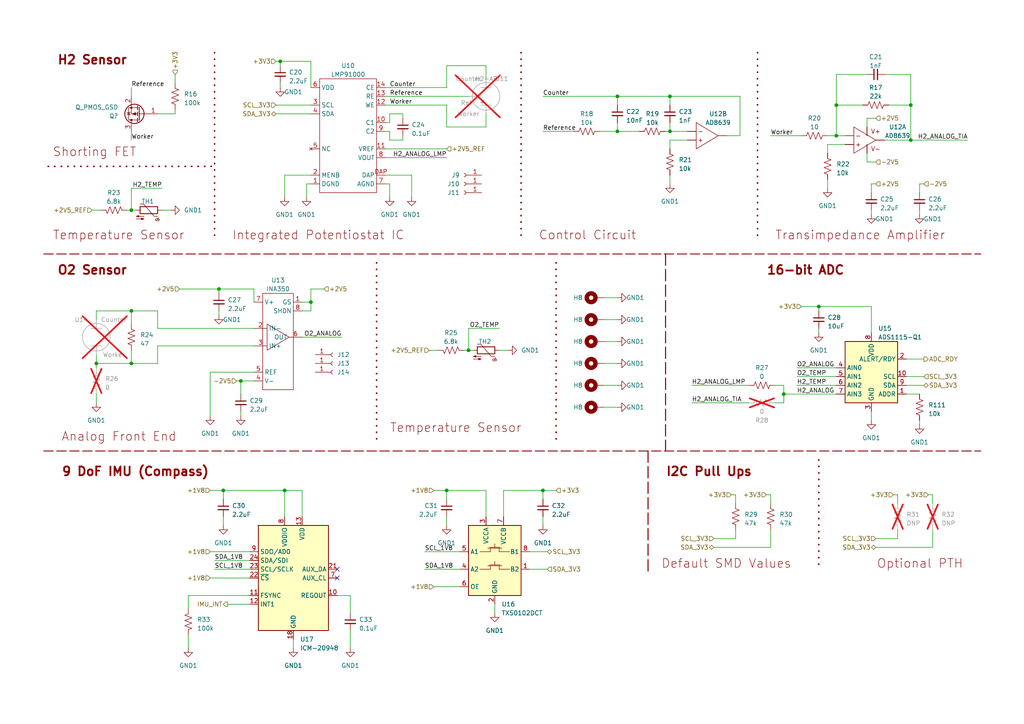
<source format=kicad_sch>
(kicad_sch (version 20230121) (generator eeschema)
  (paper "A4")
  (junction (at 82.55 142.24))
  (junction (at 81.28 17.78))
  (junction (at 227.33 114.3))
  (junction (at 135.89 101.6))
  (junction (at 90.17 87.63))
  (junction (at 264.16 40.64))
  (junction (at 64.77 142.24))
  (junction (at 129.54 142.24))
  (junction (at 27.94 105.41))
  (junction (at 38.1 90.17))
  (junction (at 237.49 88.9))
  (junction (at 264.16 30.48))
  (junction (at 38.1 105.41))
  (junction (at 63.5 83.82))
  (junction (at 38.1 60.96))
  (junction (at 179.07 27.94))
  (junction (at 157.48 142.24))
  (junction (at 69.85 110.49))
  (junction (at 242.57 39.37))
  (junction (at 194.31 27.94))
  (junction (at 242.57 30.48))
  (junction (at 179.07 38.1))
  (junction (at 194.31 38.1))
  (no_connect (at 97.79 165.1))
  (no_connect (at 97.79 167.64))
  (wire (pts (xy 146.05 149.86) (xy 146.05 142.24)))
  (wire (pts (xy 179.07 27.94) (xy 194.31 27.94)))
  (wire (pts (xy 240.03 44.45) (xy 240.03 41.91)))
  (wire (pts (xy 73.66 110.49) (xy 69.85 110.49)))
  (wire (pts (xy 54.61 176.53) (xy 54.61 172.72)))
  (wire (pts (xy 125.73 142.24) (xy 129.54 142.24)))
  (wire (pts (xy 50.8 21.59) (xy 50.8 24.13)))
  (wire (pts (xy 161.29 142.24) (xy 157.48 142.24)))
  (wire (pts (xy 135.89 95.25) (xy 144.78 95.25)))
  (wire (pts (xy 240.03 52.07) (xy 240.03 54.61)))
  (wire (pts (xy 116.84 40.64) (xy 116.84 39.37)))
  (wire (pts (xy 90.17 53.34) (xy 88.9 53.34)))
  (wire (pts (xy 251.46 44.45) (xy 251.46 46.99)))
  (wire (pts (xy 113.03 53.34) (xy 111.76 53.34)))
  (wire (pts (xy 90.17 17.78) (xy 90.17 25.4)))
  (wire (pts (xy 60.96 160.02) (xy 72.39 160.02)))
  (wire (pts (xy 87.63 97.79) (xy 99.06 97.79)))
  (wire (pts (xy 111.76 35.56) (xy 113.03 35.56)))
  (wire (pts (xy 111.76 50.8) (xy 119.38 50.8)))
  (wire (pts (xy 231.14 106.68) (xy 242.57 106.68)))
  (wire (pts (xy 88.9 53.34) (xy 88.9 57.15)))
  (wire (pts (xy 207.01 158.75) (xy 223.52 158.75)))
  (wire (pts (xy 97.79 172.72) (xy 101.6 172.72)))
  (wire (pts (xy 223.52 39.37) (xy 232.41 39.37)))
  (wire (pts (xy 232.41 88.9) (xy 237.49 88.9)))
  (wire (pts (xy 64.77 149.86) (xy 64.77 152.4)))
  (wire (pts (xy 259.08 143.51) (xy 260.35 143.51)))
  (wire (pts (xy 63.5 85.09) (xy 63.5 83.82)))
  (wire (pts (xy 62.23 165.1) (xy 72.39 165.1)))
  (wire (pts (xy 237.49 95.25) (xy 237.49 96.52)))
  (wire (pts (xy 85.09 185.42) (xy 85.09 187.96)))
  (wire (pts (xy 38.1 105.41) (xy 38.1 101.6)))
  (wire (pts (xy 262.89 109.22) (xy 267.97 109.22)))
  (wire (pts (xy 62.23 162.56) (xy 72.39 162.56)))
  (wire (pts (xy 194.31 35.56) (xy 194.31 38.1)))
  (wire (pts (xy 153.67 160.02) (xy 158.75 160.02)))
  (wire (pts (xy 60.96 142.24) (xy 64.77 142.24)))
  (wire (pts (xy 111.76 38.1) (xy 113.03 38.1)))
  (wire (pts (xy 27.94 90.17) (xy 38.1 90.17)))
  (wire (pts (xy 54.61 184.15) (xy 54.61 187.96)))
  (wire (pts (xy 54.61 172.72) (xy 72.39 172.72)))
  (wire (pts (xy 129.54 36.83) (xy 140.97 36.83)))
  (wire (pts (xy 27.94 114.3) (xy 27.94 116.84)))
  (wire (pts (xy 231.14 109.22) (xy 242.57 109.22)))
  (wire (pts (xy 63.5 90.17) (xy 63.5 91.44)))
  (wire (pts (xy 175.26 111.76) (xy 179.07 111.76)))
  (wire (pts (xy 223.52 153.67) (xy 223.52 158.75)))
  (wire (pts (xy 38.1 60.96) (xy 38.1 54.61)))
  (wire (pts (xy 80.01 33.02) (xy 90.17 33.02)))
  (wire (pts (xy 252.73 53.34) (xy 254 53.34)))
  (wire (pts (xy 38.1 90.17) (xy 45.72 90.17)))
  (wire (pts (xy 80.01 17.78) (xy 81.28 17.78)))
  (wire (pts (xy 223.52 146.05) (xy 223.52 143.51)))
  (wire (pts (xy 251.46 46.99) (xy 254 46.99)))
  (polyline (pts (xy 237.49 133.35) (xy 237.49 163.83)) (stroke (width 0.45) (type dot) (color 132 0 0 1)))
  (wire (pts (xy 26.67 60.96) (xy 29.21 60.96)))
  (wire (pts (xy 222.25 143.51) (xy 223.52 143.51)))
  (wire (pts (xy 140.97 19.05) (xy 140.97 22.86)))
  (wire (pts (xy 50.8 31.75) (xy 50.8 33.02)))
  (wire (pts (xy 90.17 90.17) (xy 90.17 87.63)))
  (wire (pts (xy 242.57 30.48) (xy 242.57 39.37)))
  (wire (pts (xy 45.72 100.33) (xy 45.72 105.41)))
  (wire (pts (xy 64.77 142.24) (xy 64.77 144.78)))
  (polyline (pts (xy 13.97 48.26) (xy 62.23 48.26)) (stroke (width 0.45) (type dot) (color 132 0 0 1)))
  (wire (pts (xy 45.72 33.02) (xy 50.8 33.02)))
  (wire (pts (xy 227.33 114.3) (xy 227.33 111.76)))
  (wire (pts (xy 82.55 57.15) (xy 82.55 50.8)))
  (wire (pts (xy 113.03 33.02) (xy 116.84 33.02)))
  (wire (pts (xy 60.96 167.64) (xy 72.39 167.64)))
  (wire (pts (xy 125.73 170.18) (xy 133.35 170.18)))
  (wire (pts (xy 175.26 105.41) (xy 179.07 105.41)))
  (wire (pts (xy 111.76 43.18) (xy 129.54 43.18)))
  (wire (pts (xy 119.38 50.8) (xy 119.38 57.15)))
  (wire (pts (xy 38.1 54.61) (xy 46.99 54.61)))
  (wire (pts (xy 116.84 33.02) (xy 116.84 34.29)))
  (wire (pts (xy 210.82 39.37) (xy 214.63 39.37)))
  (wire (pts (xy 129.54 142.24) (xy 129.54 144.78)))
  (wire (pts (xy 175.26 118.11) (xy 179.07 118.11)))
  (wire (pts (xy 262.89 104.14) (xy 267.97 104.14)))
  (wire (pts (xy 111.76 25.4) (xy 129.54 25.4)))
  (wire (pts (xy 81.28 17.78) (xy 90.17 17.78)))
  (wire (pts (xy 252.73 60.96) (xy 252.73 62.23)))
  (wire (pts (xy 194.31 43.18) (xy 194.31 40.64)))
  (wire (pts (xy 80.01 30.48) (xy 90.17 30.48)))
  (wire (pts (xy 27.94 102.87) (xy 27.94 105.41)))
  (wire (pts (xy 266.7 60.96) (xy 266.7 62.23)))
  (wire (pts (xy 194.31 40.64) (xy 199.39 40.64)))
  (wire (pts (xy 129.54 30.48) (xy 129.54 36.83)))
  (wire (pts (xy 135.89 101.6) (xy 137.16 101.6)))
  (wire (pts (xy 237.49 88.9) (xy 252.73 88.9)))
  (wire (pts (xy 123.19 165.1) (xy 133.35 165.1)))
  (wire (pts (xy 143.51 175.26) (xy 143.51 177.8)))
  (wire (pts (xy 213.36 153.67) (xy 213.36 156.21)))
  (wire (pts (xy 240.03 39.37) (xy 242.57 39.37)))
  (wire (pts (xy 140.97 149.86) (xy 140.97 142.24)))
  (wire (pts (xy 240.03 41.91) (xy 245.11 41.91)))
  (polyline (pts (xy 151.13 15.24) (xy 151.13 69.85)) (stroke (width 0.45) (type dot) (color 132 0 0 1)))
  (wire (pts (xy 173.99 38.1) (xy 179.07 38.1)))
  (polyline (pts (xy 161.29 76.2) (xy 161.29 128.27)) (stroke (width 0.45) (type dot) (color 132 0 0 1)))
  (wire (pts (xy 27.94 105.41) (xy 38.1 105.41)))
  (polyline (pts (xy 109.22 76.2) (xy 109.22 128.27)) (stroke (width 0.45) (type dot) (color 132 0 0 1)))
  (wire (pts (xy 101.6 182.88) (xy 101.6 187.96)))
  (wire (pts (xy 144.78 101.6) (xy 147.32 101.6)))
  (wire (pts (xy 69.85 110.49) (xy 68.58 110.49)))
  (wire (pts (xy 81.28 17.78) (xy 81.28 19.05)))
  (polyline (pts (xy 193.04 73.66) (xy 193.04 130.81)) (stroke (width 0.3) (type dash) (color 132 0 0 1)))
  (wire (pts (xy 27.94 92.71) (xy 27.94 90.17)))
  (wire (pts (xy 237.49 88.9) (xy 237.49 90.17)))
  (wire (pts (xy 157.48 142.24) (xy 157.48 144.78)))
  (wire (pts (xy 157.48 38.1) (xy 166.37 38.1)))
  (wire (pts (xy 175.26 92.71) (xy 179.07 92.71)))
  (wire (pts (xy 207.01 156.21) (xy 213.36 156.21)))
  (wire (pts (xy 175.26 86.36) (xy 179.07 86.36)))
  (wire (pts (xy 129.54 149.86) (xy 129.54 152.4)))
  (wire (pts (xy 69.85 110.49) (xy 69.85 114.3)))
  (wire (pts (xy 66.04 175.26) (xy 72.39 175.26)))
  (wire (pts (xy 252.73 96.52) (xy 252.73 88.9)))
  (wire (pts (xy 266.7 53.34) (xy 267.97 53.34)))
  (wire (pts (xy 214.63 39.37) (xy 214.63 27.94)))
  (wire (pts (xy 113.03 35.56) (xy 113.03 33.02)))
  (wire (pts (xy 260.35 153.67) (xy 260.35 156.21)))
  (wire (pts (xy 262.89 114.3) (xy 266.7 114.3)))
  (wire (pts (xy 146.05 142.24) (xy 157.48 142.24)))
  (wire (pts (xy 90.17 87.63) (xy 90.17 83.82)))
  (wire (pts (xy 129.54 25.4) (xy 129.54 19.05)))
  (wire (pts (xy 266.7 55.88) (xy 266.7 53.34)))
  (wire (pts (xy 27.94 105.41) (xy 27.94 106.68)))
  (wire (pts (xy 231.14 111.76) (xy 242.57 111.76)))
  (wire (pts (xy 256.54 21.59) (xy 264.16 21.59)))
  (wire (pts (xy 38.1 93.98) (xy 38.1 90.17)))
  (wire (pts (xy 227.33 111.76) (xy 224.79 111.76)))
  (wire (pts (xy 269.24 143.51) (xy 270.51 143.51)))
  (wire (pts (xy 157.48 149.86) (xy 157.48 152.4)))
  (polyline (pts (xy 187.96 130.81) (xy 187.96 166.37)) (stroke (width 0.3) (type dash) (color 132 0 0 1)))
  (wire (pts (xy 252.73 55.88) (xy 252.73 53.34)))
  (wire (pts (xy 45.72 95.25) (xy 73.66 95.25)))
  (wire (pts (xy 129.54 19.05) (xy 140.97 19.05)))
  (wire (pts (xy 134.62 101.6) (xy 135.89 101.6)))
  (wire (pts (xy 82.55 149.86) (xy 82.55 142.24)))
  (wire (pts (xy 111.76 27.94) (xy 135.89 27.94)))
  (wire (pts (xy 90.17 83.82) (xy 93.98 83.82)))
  (polyline (pts (xy 12.7 73.66) (xy 284.48 73.66)) (stroke (width 0.25) (type dash) (color 132 0 0 1)))
  (wire (pts (xy 200.66 116.84) (xy 217.17 116.84)))
  (wire (pts (xy 87.63 87.63) (xy 90.17 87.63)))
  (wire (pts (xy 179.07 38.1) (xy 185.42 38.1)))
  (wire (pts (xy 254 156.21) (xy 260.35 156.21)))
  (wire (pts (xy 60.96 120.65) (xy 60.96 107.95)))
  (wire (pts (xy 38.1 60.96) (xy 39.37 60.96)))
  (wire (pts (xy 45.72 105.41) (xy 38.1 105.41)))
  (wire (pts (xy 194.31 38.1) (xy 199.39 38.1)))
  (wire (pts (xy 179.07 35.56) (xy 179.07 38.1)))
  (wire (pts (xy 242.57 39.37) (xy 245.11 39.37)))
  (wire (pts (xy 38.1 25.4) (xy 38.1 27.94)))
  (wire (pts (xy 123.19 160.02) (xy 133.35 160.02)))
  (wire (pts (xy 227.33 116.84) (xy 224.79 116.84)))
  (wire (pts (xy 252.73 119.38) (xy 252.73 121.92)))
  (wire (pts (xy 69.85 119.38) (xy 69.85 120.65)))
  (wire (pts (xy 257.81 30.48) (xy 264.16 30.48)))
  (wire (pts (xy 101.6 172.72) (xy 101.6 177.8)))
  (wire (pts (xy 264.16 21.59) (xy 264.16 30.48)))
  (wire (pts (xy 113.03 57.15) (xy 113.03 53.34)))
  (wire (pts (xy 52.07 83.82) (xy 63.5 83.82)))
  (wire (pts (xy 73.66 83.82) (xy 73.66 87.63)))
  (wire (pts (xy 81.28 24.13) (xy 81.28 25.4)))
  (wire (pts (xy 242.57 21.59) (xy 242.57 30.48)))
  (wire (pts (xy 194.31 50.8) (xy 194.31 53.34)))
  (wire (pts (xy 113.03 40.64) (xy 116.84 40.64)))
  (wire (pts (xy 140.97 36.83) (xy 140.97 33.02)))
  (wire (pts (xy 111.76 30.48) (xy 129.54 30.48)))
  (wire (pts (xy 251.46 34.29) (xy 254 34.29)))
  (wire (pts (xy 153.67 165.1) (xy 158.75 165.1)))
  (wire (pts (xy 45.72 90.17) (xy 45.72 95.25)))
  (wire (pts (xy 264.16 40.64) (xy 280.67 40.64)))
  (wire (pts (xy 213.36 143.51) (xy 213.36 146.05)))
  (polyline (pts (xy 12.7 130.81) (xy 284.48 130.81)) (stroke (width 0.25) (type dash) (color 132 0 0 1)))
  (wire (pts (xy 87.63 90.17) (xy 90.17 90.17)))
  (wire (pts (xy 60.96 107.95) (xy 73.66 107.95)))
  (wire (pts (xy 200.66 111.76) (xy 217.17 111.76)))
  (wire (pts (xy 179.07 27.94) (xy 179.07 30.48)))
  (wire (pts (xy 270.51 146.05) (xy 270.51 143.51)))
  (wire (pts (xy 260.35 143.51) (xy 260.35 146.05)))
  (wire (pts (xy 264.16 30.48) (xy 264.16 40.64)))
  (wire (pts (xy 82.55 50.8) (xy 90.17 50.8)))
  (wire (pts (xy 266.7 121.92) (xy 266.7 123.19)))
  (wire (pts (xy 36.83 60.96) (xy 38.1 60.96)))
  (wire (pts (xy 38.1 38.1) (xy 38.1 40.64)))
  (wire (pts (xy 270.51 153.67) (xy 270.51 158.75)))
  (wire (pts (xy 140.97 142.24) (xy 129.54 142.24)))
  (wire (pts (xy 256.54 40.64) (xy 264.16 40.64)))
  (polyline (pts (xy 62.23 15.24) (xy 62.23 69.85)) (stroke (width 0.45) (type dot) (color 132 0 0 1)))
  (wire (pts (xy 193.04 38.1) (xy 194.31 38.1)))
  (wire (pts (xy 87.63 149.86) (xy 87.63 142.24)))
  (wire (pts (xy 262.89 111.76) (xy 267.97 111.76)))
  (wire (pts (xy 194.31 27.94) (xy 194.31 30.48)))
  (wire (pts (xy 111.76 45.72) (xy 129.54 45.72)))
  (wire (pts (xy 135.89 101.6) (xy 135.89 95.25)))
  (wire (pts (xy 214.63 27.94) (xy 194.31 27.94)))
  (wire (pts (xy 254 158.75) (xy 270.51 158.75)))
  (wire (pts (xy 82.55 142.24) (xy 64.77 142.24)))
  (wire (pts (xy 212.09 143.51) (xy 213.36 143.51)))
  (wire (pts (xy 227.33 114.3) (xy 227.33 116.84)))
  (wire (pts (xy 113.03 38.1) (xy 113.03 40.64)))
  (wire (pts (xy 46.99 60.96) (xy 49.53 60.96)))
  (wire (pts (xy 124.46 101.6) (xy 127 101.6)))
  (wire (pts (xy 157.48 27.94) (xy 179.07 27.94)))
  (wire (pts (xy 73.66 100.33) (xy 45.72 100.33)))
  (wire (pts (xy 63.5 83.82) (xy 73.66 83.82)))
  (wire (pts (xy 87.63 142.24) (xy 82.55 142.24)))
  (wire (pts (xy 251.46 36.83) (xy 251.46 34.29)))
  (polyline (pts (xy 219.71 15.24) (xy 219.71 69.85)) (stroke (width 0.45) (type dot) (color 132 0 0 1)))
  (wire (pts (xy 251.46 21.59) (xy 242.57 21.59)))
  (wire (pts (xy 175.26 99.06) (xy 179.07 99.06)))
  (wire (pts (xy 250.19 30.48) (xy 242.57 30.48)))
  (wire (pts (xy 227.33 114.3) (xy 242.57 114.3)))
  (text "H2 Sensor" (at 16.51 19.05 0) (effects (font (size 2.54 2.54) (thickness 0.508) bold) (justify left bottom)))
  (text "Integrated Potentiostat IC" (at 67.31 69.85 0) (effects (font (size 2.54 2.54)) (justify left bottom)))
  (text "Shorting FET" (at 15.24 45.72 0) (effects (font (size 2.54 2.54)) (justify left bottom)))
  (text "9 DoF IMU (Compass)" (at 17.78 138.43 0) (effects (font (size 2.54 2.54) (thickness 0.508) bold) (justify left bottom)))
  (text "Transimpedance Amplifier" (at 224.79 69.85 0) (effects (font (size 2.54 2.54)) (justify left bottom)))
  (text "Temperature Sensor" (at 113.03 125.73 0) (effects (font (size 2.54 2.54)) (justify left bottom)))
  (text "O2 Sensor" (at 16.51 80.01 0) (effects (font (size 2.54 2.54) (thickness 0.508) bold) (justify left bottom)))
  (text "Optional PTH" (at 279.4 165.1 0) (effects (font (size 2.54 2.54)) (justify right bottom)))
  (text "Temperature Sensor" (at 15.24 69.85 0) (effects (font (size 2.54 2.54)) (justify left bottom)))
  (text "Control Circuit" (at 156.21 69.85 0) (effects (font (size 2.54 2.54)) (justify left bottom)))
  (text "I2C Pull Ups" (at 193.04 138.43 0) (effects (font (size 2.54 2.54) (thickness 0.508) bold) (justify left bottom)))
  (text "Default SMD Values" (at 191.77 165.1 0) (effects (font (size 2.54 2.54)) (justify left bottom)))
  (text "Analog Front End" (at 17.78 128.27 0) (effects (font (size 2.54 2.54)) (justify left bottom)))
  (text "16-bit ADC" (at 222.25 80.01 0) (effects (font (size 2.54 2.54) (thickness 0.508) bold) (justify left bottom)))
  (label "SDA_1V8" (at 123.19 165.1 0))
  (label "Worker" (at 113.03 30.48 0))
  (label "H2_ANALOG_LMP" (at 200.66 111.76 0))
  (label "H2_ANALOG_LMP" (at 129.54 45.72 180))
  (label "H2_ANALOG" (at 231.14 114.3 0))
  (label "H2_ANALOG_TIA" (at 200.66 116.84 0))
  (label "Counter" (at 157.48 27.94 0))
  (label "Reference" (at 157.48 38.1 0))
  (label "SCL_1V8" (at 123.19 160.02 0))
  (label "Reference" (at 113.03 27.94 0))
  (label "SCL_1V8" (at 62.23 165.1 0))
  (label "O2_TEMP" (at 231.14 109.22 0))
  (label "H2_TEMP" (at 231.14 111.76 0))
  (label "O2_TEMP" (at 144.78 95.25 180))
  (label "H2_ANALOG_TIA" (at 280.67 40.64 180))
  (label "O2_ANALOG" (at 231.14 106.68 0))
  (label "Counter" (at 113.03 25.4 0))
  (label "SDA_1V8" (at 62.23 162.56 0))
  (label "Worker" (at 38.1 40.64 0))
  (label "Worker" (at 223.52 39.37 0))
  (label "O2_ANALOG" (at 99.06 97.79 180))
  (label "H2_TEMP" (at 46.99 54.61 180))
  (label "Reference" (at 38.1 25.4 0))
  (hierarchical_label "IMU_INT" (shape output) (at 66.04 175.26 180))
  (hierarchical_label "+3V3" (shape input) (at 80.01 17.78 180))
  (hierarchical_label "+2V5" (shape input) (at 254 53.34 0))
  (hierarchical_label "+2V5_REF" (shape input) (at 26.67 60.96 180))
  (hierarchical_label "SCL_3V3" (shape bidirectional) (at 158.75 160.02 0))
  (hierarchical_label "+2V5_REF" (shape input) (at 129.54 43.18 0))
  (hierarchical_label "+2V5" (shape input) (at 52.07 83.82 180))
  (hierarchical_label "+2V5" (shape input) (at 254 34.29 0))
  (hierarchical_label "SCL_3V3" (shape input) (at 254 156.21 180))
  (hierarchical_label "SDA_3V3" (shape bidirectional) (at 254 158.75 180))
  (hierarchical_label "+1V8" (shape input) (at 125.73 170.18 180))
  (hierarchical_label "+3V3" (shape input) (at 212.09 143.51 180))
  (hierarchical_label "-2V5" (shape input) (at 68.58 110.49 180))
  (hierarchical_label "+3V3" (shape input) (at 50.8 21.59 90))
  (hierarchical_label "+1V8" (shape input) (at 60.96 160.02 180))
  (hierarchical_label "+3V3" (shape input) (at 222.25 143.51 180))
  (hierarchical_label "-2V5" (shape input) (at 267.97 53.34 0))
  (hierarchical_label "SCL_3V3" (shape input) (at 80.01 30.48 180))
  (hierarchical_label "SDA_3V3" (shape bidirectional) (at 207.01 158.75 180))
  (hierarchical_label "+1V8" (shape input) (at 60.96 142.24 180))
  (hierarchical_label "+2V5" (shape input) (at 93.98 83.82 0))
  (hierarchical_label "+3V3" (shape input) (at 259.08 143.51 180))
  (hierarchical_label "ADC_RDY" (shape output) (at 267.97 104.14 0))
  (hierarchical_label "+3V3" (shape input) (at 161.29 142.24 0))
  (hierarchical_label "+3V3" (shape input) (at 269.24 143.51 180))
  (hierarchical_label "SCL_3V3" (shape input) (at 267.97 109.22 0))
  (hierarchical_label "+1V8" (shape input) (at 125.73 142.24 180))
  (hierarchical_label "+1V8" (shape input) (at 60.96 167.64 180))
  (hierarchical_label "SDA_3V3" (shape bidirectional) (at 80.01 33.02 180))
  (hierarchical_label "+3V3" (shape input) (at 232.41 88.9 180))
  (hierarchical_label "-2V5" (shape input) (at 254 46.99 0))
  (hierarchical_label "SCL_3V3" (shape input) (at 207.01 156.21 180))
  (hierarchical_label "SDA_3V3" (shape bidirectional) (at 267.97 111.76 0))
  (hierarchical_label "SDA_3V3" (shape input) (at 158.75 165.1 0))
  (hierarchical_label "+2V5_REF" (shape input) (at 124.46 101.6 180))
  (symbol (lib_id "Device:Q_PMOS_GSD") (at 40.64 33.02 180) (unit 1)
    (property "Reference" "Q?" (at 34.29 33.655 0) (effects (justify left)))
    (property "Value" "Q_PMOS_GSD" (at 34.29 31.115 0) (effects (justify left)))
    (property "Footprint" "Package_TO_SOT_SMD:SOT-523" (effects hide))
    (property "Datasheet" "https://www.diodes.com/assets/Datasheets/DMP21D0UT.pdf" (effects hide))
    (property "DigiKey PN" "DMP21D0UT-7DITR-ND" (effects hide))
    (property "MPN" "DMP21D0UT-7" (effects hide))
    (property "Manufacturer" "Diodes Incorporated" (effects hide))
    (instances (project "dboards" (path "" (reference "Q?") (unit 1))) (project "dboards-02" (path "" (reference "Q1") (unit 1)) (path "" (reference "Q3") (unit 1))))
  )
  (symbol (lib_id "Device:C_Small") (at 252.73 58.42 0) (unit 1)
    (property "Reference" "C25" (at 255.27 57.7913 0) (effects (justify left)))
    (property "Value" "2.2uF" (at 255.27 60.3313 0) (effects (justify left)))
    (property "Footprint" "Capacitor_SMD:C_0805_2012Metric_Pad1.18x1.45mm_HandSolder" (effects hide))
    (property "Datasheet" "https://media.digikey.com/pdf/Data%20Sheets/Samsung%20PDFs/CL21B225KPFNNNE_Spec.pdf" (effects hide))
    (property "DigiKey PN" "1276-1188-1-ND" (effects hide))
    (property "MPN" "CL21B225KPFNNNE" (effects hide))
    (property "Manufacturer" "Samsung Electro-Mechanics" (effects hide))
  )
  (symbol (lib_id "Connector:Conn_01x01_Socket") (at 134.62 53.34 0) (mirror y) (unit 1) (on_board no)
    (property "Reference" "J10" (at 133.35 53.34 0) (effects (justify left)))
    (property "Value" "0364 RECEPTACLE WITH NO TAIL" (effects hide))
    (property "Datasheet" "file:///C:/Users/kopal/Downloads/189.pdf" (effects hide))
    (property "DigiKey PN" "ED90089-ND" (effects hide))
    (property "MPN" "0364-0-15-15-13-27-10-0" (effects hide))
    (property "Manufacturer" "Mill-Max Manufacturing Corp." (effects hide))
  )
  (symbol (lib_id "Device:R_US") (at 27.94 110.49 0) (unit 1) (dnp yes)
    (property "Reference" "R26" (at 30.48 109.855 0) (effects (justify left)))
    (property "Value" "0" (at 30.48 112.395 0) (effects (justify left)))
    (property "Footprint" "Resistor_THT:R_Axial_DIN0207_L6.3mm_D2.5mm_P10.16mm_Horizontal" (effects hide))
    (property "Datasheet" "https://www.yageo.com/upload/media/product/productsearch/datasheet/lr/YAGEO%20MFR_datasheet_2021v1.pdf" (effects hide))
    (property "DigiKey PN" "13-MFR-25-T-52-0RCT-ND" (effects hide))
    (property "MPN" "MFR-25-T-52-0R" (effects hide))
    (property "Manufacturer" "YAGEO" (effects hide))
  )
  (symbol (lib_id "power:GND1") (at 60.96 120.65 0) (unit 1)
    (property "Reference" "#PWR081" (effects hide))
    (property "Value" "GND1" (at 60.96 125.73 0))
  )
  (symbol (lib_id "power:GND1") (at 113.03 57.15 0) (unit 1)
    (property "Reference" "#PWR066" (effects hide))
    (property "Value" "GND1" (at 113.03 62.23 0))
  )
  (symbol (lib_id "Logic_LevelTranslator:TXS0102DCT") (at 143.51 162.56 0) (unit 1)
    (property "Reference" "U16" (at 145.4659 175.26 0) (effects (justify left)))
    (property "Value" "TXS0102DCT" (at 145.4659 177.8 0) (effects (justify left)))
    (property "Footprint" "Package_SO:SSOP-8_2.95x2.8mm_P0.65mm" (effects hide))
    (property "Datasheet" "http://www.ti.com/lit/gpn/txs0102" (effects hide))
    (property "DigiKey PN" "296-21978-1-ND" (effects hide))
    (property "MPN" "TXS0102DCTR" (effects hide))
    (property "Manufacturer" "Texas Instruments" (effects hide))
  )
  (symbol (lib_id "Mechanical:MountingHole_Pad") (at 172.72 92.71 90) (unit 1) (in_bom no)
    (property "Reference" "H8" (at 167.64 92.71 90))
    (property "Value" "MountingHole_Pad" (effects hide))
    (property "Footprint" "MountingHole:MountingHole_3.2mm_M3_DIN965_Pad" (effects hide))
    (instances (project "dboards-02" (path "" (reference "H8") (unit 1)) (path "" (reference "H10") (unit 1)) (path "" (reference "H20") (unit 1))))
  )
  (symbol (lib_id "Device:R_US") (at 213.36 149.86 0) (unit 1)
    (property "Reference" "R29" (at 215.9 149.225 0) (effects (justify left)))
    (property "Value" "47k" (at 215.9 151.765 0) (effects (justify left)))
    (property "Footprint" "Resistor_SMD:R_0805_2012Metric_Pad1.20x1.40mm_HandSolder" (effects hide))
    (property "Datasheet" "https://www.yageo.com/upload/media/product/productsearch/datasheet/rchip/PYu-RC_Group_51_RoHS_L_12.pdf" (effects hide))
    (property "DigiKey PN" "311-47.0KCRCT-ND" (effects hide))
    (property "MPN" "RC0805FR-0747KL" (effects hide))
    (property "Manufacturer" "YAGEO" (effects hide))
  )
  (symbol (lib_id "power:GND1") (at 179.07 111.76 90) (unit 1)
    (property "Reference" "#PWR0162" (effects hide))
    (property "Value" "GND1" (at 181.61 111.76 90) (effects (justify right)))
    (instances (project "dboards-02" (path "" (reference "#PWR0162") (unit 1)) (path "" (reference "#PWR0164") (unit 1)) (path "" (reference "#PWR078") (unit 1))))
  )
  (symbol (lib_id "power:GND1") (at 147.32 101.6 90) (mirror x) (unit 1)
    (property "Reference" "#PWR076" (effects hide))
    (property "Value" "GND1" (at 151.13 101.6 90) (effects (justify right)))
  )
  (symbol (lib_id "power:GND1") (at 237.49 96.52 0) (unit 1)
    (property "Reference" "#PWR074" (effects hide))
    (property "Value" "GND1" (at 237.49 101.6 0))
  )
  (symbol (lib_id "Device:C_Small") (at 64.77 147.32 0) (unit 1)
    (property "Reference" "C30" (at 67.31 146.6913 0) (effects (justify left)))
    (property "Value" "2.2uF" (at 67.31 149.2313 0) (effects (justify left)))
    (property "Footprint" "Capacitor_SMD:C_0805_2012Metric_Pad1.18x1.45mm_HandSolder" (effects hide))
    (property "Datasheet" "https://media.digikey.com/pdf/Data%20Sheets/Samsung%20PDFs/CL21B225KPFNNNE_Spec.pdf" (effects hide))
    (property "DigiKey PN" "1276-1188-1-ND" (effects hide))
    (property "MPN" "CL21B225KPFNNNE" (effects hide))
    (property "Manufacturer" "Samsung Electro-Mechanics" (effects hide))
  )
  (symbol (lib_id "Device:Thermistor_NTC") (at 140.97 101.6 270) (mirror x) (unit 1)
    (property "Reference" "TH2" (at 140.6525 99.06 90))
    (property "Value" "TX08F103F3435ER" (effects hide))
    (property "Footprint" "Resistor_SMD:R_0805_2012Metric_Pad1.20x1.40mm_HandSolder" (effects hide))
    (property "Datasheet" "https://www.ohmite.com/assets/docs/res_tx.pdf?r=false" (effects hide))
    (property "DigiKey PN" "273-TX08F103F3435ERCT-ND" (effects hide))
    (property "MPN" "TX08F103F3435ER" (effects hide))
    (property "Manufacturer" "Ohmite" (effects hide))
  )
  (symbol (lib_id "power:GND1") (at 179.07 86.36 90) (unit 1)
    (property "Reference" "#PWR0162" (effects hide))
    (property "Value" "GND1" (at 181.61 86.36 90) (effects (justify right)))
    (instances (project "dboards-02" (path "" (reference "#PWR0162") (unit 1)) (path "" (reference "#PWR0164") (unit 1)) (path "" (reference "#PWR071") (unit 1))))
  )
  (symbol (lib_id "power:GND1") (at 179.07 105.41 90) (unit 1)
    (property "Reference" "#PWR0162" (effects hide))
    (property "Value" "GND1" (at 181.61 105.41 90) (effects (justify right)))
    (instances (project "dboards-02" (path "" (reference "#PWR0162") (unit 1)) (path "" (reference "#PWR0164") (unit 1)) (path "" (reference "#PWR077") (unit 1))))
  )
  (symbol (lib_id "power:GND1") (at 179.07 92.71 90) (unit 1)
    (property "Reference" "#PWR0162" (effects hide))
    (property "Value" "GND1" (at 181.61 92.71 90) (effects (justify right)))
    (instances (project "dboards-02" (path "" (reference "#PWR0162") (unit 1)) (path "" (reference "#PWR0164") (unit 1)) (path "" (reference "#PWR073") (unit 1))))
  )
  (symbol (lib_id "power:GND1") (at 252.73 121.92 0) (unit 1)
    (property "Reference" "#PWR083" (effects hide))
    (property "Value" "GND1" (at 252.73 127 0))
  )
  (symbol (lib_id "power:GND1") (at 81.28 25.4 0) (unit 1)
    (property "Reference" "#PWR061" (effects hide))
    (property "Value" "GND1" (at 85.09 26.67 0))
  )
  (symbol (lib_id "power:GND1") (at 143.51 177.8 0) (unit 1)
    (property "Reference" "#PWR088" (effects hide))
    (property "Value" "GND1" (at 143.51 182.88 0))
  )
  (symbol (lib_id "Rumission:AD8639") (at 201.93 33.02 0) (unit 2)
    (property "Reference" "U12" (at 208.28 33.02 0))
    (property "Value" "AD8639" (at 208.28 35.56 0))
    (property "Footprint" "Package_SO:SOIC-8_3.9x4.9mm_P1.27mm" (effects hide))
    (property "Datasheet" "https://www.analog.com/media/en/technical-documentation/data-sheets/AD8638_8639.pdf" (effects hide))
    (property "DigiKey PN" "505-AD8639ARZ-ND" (effects hide))
    (property "MPN" "AD8639ARZ" (effects hide))
    (property "Manufacturer" "Analog Devices Inc." (effects hide))
  )
  (symbol (lib_id "Mechanical:MountingHole_Pad") (at 172.72 99.06 90) (unit 1) (in_bom no)
    (property "Reference" "H8" (at 167.64 99.06 90))
    (property "Value" "MountingHole_Pad" (effects hide))
    (property "Footprint" "MountingHole:MountingHole_3.2mm_M3_DIN965_Pad" (effects hide))
    (instances (project "dboards-02" (path "" (reference "H8") (unit 1)) (path "" (reference "H10") (unit 1)) (path "" (reference "H21") (unit 1))))
  )
  (symbol (lib_id "Device:R_US") (at 220.98 111.76 90) (unit 1)
    (property "Reference" "R27" (at 220.98 106.68 90))
    (property "Value" "0" (at 220.98 109.22 90))
    (property "Footprint" "Resistor_SMD:R_0805_2012Metric_Pad1.20x1.40mm_HandSolder" (effects hide))
    (property "Datasheet" "https://www.yageo.com/upload/media/product/productsearch/datasheet/rchip/PYu-RC_Group_51_RoHS_L_12.pdf" (effects hide))
    (property "DigiKey PN" "311-0.0ARCT-ND" (effects hide))
    (property "MPN" "RC0805JR-070RL" (effects hide))
    (property "Manufacturer" "YAGEO" (effects hide))
  )
  (symbol (lib_id "Device:C_Small") (at 194.31 33.02 0) (unit 1)
    (property "Reference" "C23" (at 196.85 32.3913 0) (effects (justify left)))
    (property "Value" "1nF" (at 196.85 34.9313 0) (effects (justify left)))
    (property "Footprint" "Capacitor_SMD:C_0805_2012Metric_Pad1.18x1.45mm_HandSolder" (effects hide))
    (property "Datasheet" "https://www.yageo.com/upload/media/product/productsearch/datasheet/mlcc/UPY-AC_NP0X7R_6.3V-to-1KV_17.pdf" (effects hide))
    (property "DigiKey PN" "311-3167-1-ND" (effects hide))
    (property "MPN" "AC0805KRX7R8BB102" (effects hide))
    (property "Manufacturer" "YAGEO" (effects hide))
  )
  (symbol (lib_id "power:GND1") (at 69.85 120.65 0) (unit 1)
    (property "Reference" "#PWR082" (effects hide))
    (property "Value" "GND1" (at 69.85 125.73 0))
  )
  (symbol (lib_id "Device:R_US") (at 236.22 39.37 90) (unit 1)
    (property "Reference" "R20" (at 236.22 34.29 90))
    (property "Value" "10" (at 236.22 36.83 90))
    (property "Footprint" "Resistor_THT:R_Axial_DIN0207_L6.3mm_D2.5mm_P10.16mm_Horizontal" (effects hide))
    (property "Datasheet" "https://www.yageo.com/upload/media/product/productsearch/datasheet/lr/YAGEO%20MFR_datasheet_2021v1.pdf" (effects hide))
    (property "DigiKey PN" "13-MFR-25FTF52-10RCT-ND" (effects hide))
    (property "MPN" "MFR-25FTF52-10R" (effects hide))
    (property "Manufacturer" "YAGEO" (effects hide))
  )
  (symbol (lib_id "Device:R_US") (at 254 30.48 90) (unit 1)
    (property "Reference" "R17" (at 254 25.4 90))
    (property "Value" "22k" (at 254 27.94 90))
    (property "Footprint" "Resistor_THT:R_Axial_DIN0207_L6.3mm_D2.5mm_P10.16mm_Horizontal" (effects hide))
    (property "Datasheet" "https://www.yageo.com/upload/media/product/productsearch/datasheet/lr/YAGEO%20MFR_datasheet_2021v1.pdf" (effects hide))
    (property "DigiKey PN" "13-MFR-25FRF52-22KCT-ND" (effects hide))
    (property "MPN" "MFR-25FRF52-22K" (effects hide))
    (property "Manufacturer" "YAGEO" (effects hide))
  )
  (symbol (lib_id "Device:R_US") (at 38.1 97.79 0) (unit 1)
    (property "Reference" "R24" (at 40.64 97.155 0) (effects (justify left)))
    (property "Value" "47" (at 40.64 99.695 0) (effects (justify left)))
    (property "Footprint" "Resistor_THT:R_Axial_DIN0207_L6.3mm_D2.5mm_P10.16mm_Horizontal" (effects hide))
    (property "Datasheet" "https://www.yageo.com/upload/media/product/productsearch/datasheet/lr/YAGEO%20MFR_datasheet_2021v1.pdf" (effects hide))
    (property "DigiKey PN" "13-MFR-25FTE52-47RCT-ND" (effects hide))
    (property "MPN" "MFR-25FTE52-47R" (effects hide))
    (property "Manufacturer" "YAGEO" (effects hide))
  )
  (symbol (lib_id "power:GND1") (at 266.7 62.23 0) (unit 1)
    (property "Reference" "#PWR070" (effects hide))
    (property "Value" "GND1" (at 270.51 63.5 0))
  )
  (symbol (lib_id "power:GND1") (at 27.94 116.84 0) (unit 1)
    (property "Reference" "#PWR079" (effects hide))
    (property "Value" "GND1" (at 27.94 121.92 0))
  )
  (symbol (lib_id "power:GND1") (at 49.53 60.96 90) (mirror x) (unit 1)
    (property "Reference" "#PWR068" (effects hide))
    (property "Value" "GND1" (at 53.34 60.96 90) (effects (justify right)))
  )
  (symbol (lib_id "Device:R_US") (at 223.52 149.86 0) (unit 1)
    (property "Reference" "R30" (at 226.06 149.225 0) (effects (justify left)))
    (property "Value" "47k" (at 226.06 151.765 0) (effects (justify left)))
    (property "Footprint" "Resistor_SMD:R_0805_2012Metric_Pad1.20x1.40mm_HandSolder" (effects hide))
    (property "Datasheet" "https://www.yageo.com/upload/media/product/productsearch/datasheet/rchip/PYu-RC_Group_51_RoHS_L_12.pdf" (effects hide))
    (property "DigiKey PN" "311-47.0KCRCT-ND" (effects hide))
    (property "MPN" "RC0805FR-0747KL" (effects hide))
    (property "Manufacturer" "YAGEO" (effects hide))
  )
  (symbol (lib_id "Connector:Conn_01x01_Socket") (at 134.62 55.88 0) (mirror y) (unit 1) (on_board no)
    (property "Reference" "J11" (at 133.35 55.88 0) (effects (justify left)))
    (property "Value" "0364 RECEPTACLE WITH NO TAIL" (effects hide))
    (property "Datasheet" "file:///C:/Users/kopal/Downloads/189.pdf" (effects hide))
    (property "DigiKey PN" "ED90089-ND" (effects hide))
    (property "MPN" "0364-0-15-15-13-27-10-0" (effects hide))
    (property "Manufacturer" "Mill-Max Manufacturing Corp." (effects hide))
  )
  (symbol (lib_id "power:GND1") (at 82.55 57.15 0) (unit 1)
    (property "Reference" "#PWR064" (effects hide))
    (property "Value" "GND1" (at 82.55 62.23 0))
  )
  (symbol (lib_id "power:GND1") (at 54.61 187.96 0) (unit 1)
    (property "Reference" "#PWR089" (effects hide))
    (property "Value" "GND1" (at 54.61 193.04 0))
  )
  (symbol (lib_id "power:GND1") (at 157.48 152.4 0) (mirror y) (unit 1)
    (property "Reference" "#PWR087" (effects hide))
    (property "Value" "GND1" (at 157.48 157.48 0))
  )
  (symbol (lib_id "power:GND1") (at 240.03 54.61 0) (unit 1)
    (property "Reference" "#PWR063" (effects hide))
    (property "Value" "GND1" (at 240.03 59.69 0))
  )
  (symbol (lib_id "Device:R_US") (at 130.81 101.6 90) (mirror x) (unit 1)
    (property "Reference" "R25" (at 130.81 96.52 90))
    (property "Value" "6.8k" (at 130.81 99.06 90))
    (property "Footprint" "Resistor_THT:R_Axial_DIN0207_L6.3mm_D2.5mm_P10.16mm_Horizontal" (effects hide))
    (property "Datasheet" "https://www.yageo.com/upload/media/product/productsearch/datasheet/lr/YAGEO%20MFR_datasheet_2021v1.pdf" (effects hide))
    (property "DigiKey PN" "13-MFR-25FRF52-6K8CT-ND" (effects hide))
    (property "MPN" "MFR-25FRF52-6K8" (effects hide))
    (property "Manufacturer" "YAGEO" (effects hide))
  )
  (symbol (lib_id "Connector:Conn_01x01_Socket") (at 96.52 102.87 0) (unit 1) (on_board no)
    (property "Reference" "J12" (at 97.79 102.87 0) (effects (justify left)))
    (property "Value" "0364 RECEPTACLE WITH NO TAIL" (effects hide))
    (property "Datasheet" "file:///C:/Users/kopal/Downloads/189.pdf" (effects hide))
    (property "DigiKey PN" "ED90089-ND" (effects hide))
    (property "MPN" "0364-0-15-15-13-27-10-0" (effects hide))
    (property "Manufacturer" "Mill-Max Manufacturing Corp." (effects hide))
  )
  (symbol (lib_id "Device:R_US") (at 50.8 27.94 0) (unit 1)
    (property "Reference" "R16" (at 53.34 27.305 0) (effects (justify left)))
    (property "Value" "100k" (at 53.34 29.845 0) (effects (justify left)))
    (property "Footprint" "Resistor_SMD:R_0805_2012Metric_Pad1.20x1.40mm_HandSolder" (effects hide))
    (property "Datasheet" "https://www.yageo.com/upload/media/product/productsearch/datasheet/rchip/PYu-RC_Group_51_RoHS_L_12.pdf" (effects hide))
    (property "DigiKey PN" "311-100KCRCT-ND" (effects hide))
    (property "MPN" "RC0805FR-07100KL" (effects hide))
    (property "Manufacturer" "YAGEO" (effects hide))
  )
  (symbol (lib_id "Connector:Conn_01x01_Socket") (at 96.52 105.41 0) (unit 1) (on_board no)
    (property "Reference" "J13" (at 97.79 105.41 0) (effects (justify left)))
    (property "Value" "0364 RECEPTACLE WITH NO TAIL" (effects hide))
    (property "Datasheet" "file:///C:/Users/kopal/Downloads/189.pdf" (effects hide))
    (property "DigiKey PN" "ED90089-ND" (effects hide))
    (property "MPN" "0364-0-15-15-13-27-10-0" (effects hide))
    (property "Manufacturer" "Mill-Max Manufacturing Corp." (effects hide))
  )
  (symbol (lib_id "Device:R_US") (at 266.7 118.11 180) (unit 1)
    (property "Reference" "R111" (at 269.24 117.475 0) (effects (justify right)))
    (property "Value" "10k" (at 269.24 120.015 0) (effects (justify right)))
    (property "Footprint" "Resistor_SMD:R_0805_2012Metric_Pad1.20x1.40mm_HandSolder" (effects hide))
    (property "Datasheet" "https://www.yageo.com/upload/media/product/productsearch/datasheet/rchip/PYu-RC_Group_51_RoHS_L_12.pdf" (effects hide))
    (property "DigiKey PN" "311-10.0KCRCT-ND" (effects hide))
    (property "MPN" "RC0805FR-0710KL" (effects hide))
    (property "Manufacturer" "YAGEO" (effects hide))
  )
  (symbol (lib_id "power:GND1") (at 64.77 152.4 0) (unit 1)
    (property "Reference" "#PWR085" (effects hide))
    (property "Value" "GND1" (at 64.77 157.48 0))
  )
  (symbol (lib_id "Mechanical:MountingHole_Pad") (at 172.72 111.76 90) (unit 1) (in_bom no)
    (property "Reference" "H8" (at 167.64 111.76 90))
    (property "Value" "MountingHole_Pad" (effects hide))
    (property "Footprint" "MountingHole:MountingHole_3.2mm_M3_DIN965_Pad" (effects hide))
    (instances (project "dboards-02" (path "" (reference "H8") (unit 1)) (path "" (reference "H10") (unit 1)) (path "" (reference "H23") (unit 1))))
  )
  (symbol (lib_id "Device:C_Small") (at 63.5 87.63 0) (unit 1)
    (property "Reference" "C27" (at 66.04 87.0013 0) (effects (justify left)))
    (property "Value" "2.2uF" (at 66.04 89.5413 0) (effects (justify left)))
    (property "Footprint" "Capacitor_SMD:C_0805_2012Metric_Pad1.18x1.45mm_HandSolder" (effects hide))
    (property "Datasheet" "https://media.digikey.com/pdf/Data%20Sheets/Samsung%20PDFs/CL21B225KPFNNNE_Spec.pdf" (effects hide))
    (property "DigiKey PN" "1276-1188-1-ND" (effects hide))
    (property "MPN" "CL21B225KPFNNNE" (effects hide))
    (property "Manufacturer" "Samsung Electro-Mechanics" (effects hide))
  )
  (symbol (lib_id "power:GND1") (at 266.7 123.19 0) (unit 1)
    (property "Reference" "#PWR084" (effects hide))
    (property "Value" "GND1" (at 266.7 128.27 0))
  )
  (symbol (lib_id "Mechanical:MountingHole_Pad") (at 172.72 118.11 90) (unit 1) (in_bom no)
    (property "Reference" "H8" (at 167.64 118.11 90))
    (property "Value" "MountingHole_Pad" (effects hide))
    (property "Footprint" "MountingHole:MountingHole_3.2mm_M3_DIN965_Pad" (effects hide))
    (instances (project "dboards-02" (path "" (reference "H8") (unit 1)) (path "" (reference "H10") (unit 1)) (path "" (reference "H24") (unit 1))))
  )
  (symbol (lib_id "power:GND1") (at 119.38 57.15 0) (unit 1)
    (property "Reference" "#PWR067" (effects hide))
    (property "Value" "GND1" (at 119.38 62.23 0))
  )
  (symbol (lib_id "Device:C_Small") (at 266.7 58.42 0) (unit 1)
    (property "Reference" "C26" (at 269.24 57.7913 0) (effects (justify left)))
    (property "Value" "2.2uF" (at 269.24 60.3313 0) (effects (justify left)))
    (property "Footprint" "Capacitor_SMD:C_0805_2012Metric_Pad1.18x1.45mm_HandSolder" (effects hide))
    (property "Datasheet" "https://media.digikey.com/pdf/Data%20Sheets/Samsung%20PDFs/CL21B225KPFNNNE_Spec.pdf" (effects hide))
    (property "DigiKey PN" "1276-1188-1-ND" (effects hide))
    (property "MPN" "CL21B225KPFNNNE" (effects hide))
    (property "Manufacturer" "Samsung Electro-Mechanics" (effects hide))
  )
  (symbol (lib_id "Mechanical:MountingHole_Pad") (at 172.72 86.36 90) (unit 1) (in_bom no)
    (property "Reference" "H8" (at 167.64 86.36 90))
    (property "Value" "MountingHole_Pad" (effects hide))
    (property "Footprint" "MountingHole:MountingHole_3.2mm_M3_DIN965_Pad" (effects hide))
    (instances (project "dboards-02" (path "" (reference "H8") (unit 1)) (path "" (reference "H10") (unit 1)) (path "" (reference "H19") (unit 1))))
  )
  (symbol (lib_id "Device:C_Small") (at 237.49 92.71 0) (unit 1)
    (property "Reference" "C28" (at 240.03 92.0813 0) (effects (justify left)))
    (property "Value" "10uF" (at 240.03 94.6213 0) (effects (justify left)))
    (property "Footprint" "Capacitor_SMD:C_0805_2012Metric_Pad1.18x1.45mm_HandSolder" (effects hide))
    (property "Datasheet" "https://media.digikey.com/pdf/Data%20Sheets/Samsung%20PDFs/CL21A106KOQNNNE_Spec.pdf" (effects hide))
    (property "DigiKey PN" "1276-1096-1-ND" (effects hide))
    (property "MPN" "CL21A106KOQNNNE" (effects hide))
    (property "Manufacturer" "Samsung Electro-Mechanics" (effects hide))
  )
  (symbol (lib_id "Device:R_US") (at 270.51 149.86 0) (unit 1) (in_bom no) (dnp yes)
    (property "Reference" "R32" (at 273.05 149.225 0) (effects (justify left)))
    (property "Value" "DNP" (at 273.05 151.765 0) (effects (justify left)))
    (property "Footprint" "Resistor_THT:R_Axial_DIN0207_L6.3mm_D2.5mm_P10.16mm_Horizontal" (effects hide))
  )
  (symbol (lib_id "Device:R_US") (at 240.03 48.26 180) (unit 1)
    (property "Reference" "R22" (at 242.57 47.625 0) (effects (justify right)))
    (property "Value" "10k" (at 242.57 50.165 0) (effects (justify right)))
    (property "Footprint" "Resistor_SMD:R_0805_2012Metric_Pad1.20x1.40mm_HandSolder" (effects hide))
    (property "Datasheet" "https://www.yageo.com/upload/media/product/productsearch/datasheet/rchip/PYu-RC_Group_51_RoHS_L_12.pdf" (effects hide))
    (property "DigiKey PN" "311-10.0KCRCT-ND" (effects hide))
    (property "MPN" "RC0805FR-0710KL" (effects hide))
    (property "Manufacturer" "YAGEO" (effects hide))
  )
  (symbol (lib_id "power:GND1") (at 88.9 57.15 0) (unit 1)
    (property "Reference" "#PWR065" (effects hide))
    (property "Value" "GND1" (at 88.9 62.23 0))
  )
  (symbol (lib_id "Device:C_Small") (at 254 21.59 90) (unit 1)
    (property "Reference" "C21" (at 254.0063 16.51 90))
    (property "Value" "1nF" (at 254.0063 19.05 90))
    (property "Footprint" "Capacitor_SMD:C_0805_2012Metric_Pad1.18x1.45mm_HandSolder" (effects hide))
    (property "Datasheet" "https://www.yageo.com/upload/media/product/productsearch/datasheet/mlcc/UPY-AC_NP0X7R_6.3V-to-1KV_17.pdf" (effects hide))
    (property "DigiKey PN" "311-3167-1-ND" (effects hide))
    (property "MPN" "AC0805KRX7R8BB102" (effects hide))
    (property "Manufacturer" "YAGEO" (effects hide))
  )
  (symbol (lib_id "Device:R_US") (at 260.35 149.86 0) (unit 1) (in_bom no) (dnp yes)
    (property "Reference" "R31" (at 262.89 149.225 0) (effects (justify left)))
    (property "Value" "DNP" (at 262.89 151.765 0) (effects (justify left)))
    (property "Footprint" "Resistor_THT:R_Axial_DIN0207_L6.3mm_D2.5mm_P10.16mm_Horizontal" (effects hide))
  )
  (symbol (lib_id "power:GND1") (at 129.54 152.4 0) (unit 1)
    (property "Reference" "#PWR086" (effects hide))
    (property "Value" "GND1" (at 129.54 157.48 0))
  )
  (symbol (lib_id "power:GND1") (at 101.6 187.96 0) (unit 1)
    (property "Reference" "#PWR091" (effects hide))
    (property "Value" "GND1" (at 101.6 193.04 0))
  )
  (symbol (lib_id "Device:R_US") (at 33.02 60.96 90) (mirror x) (unit 1)
    (property "Reference" "R23" (at 33.02 55.88 90))
    (property "Value" "6.8k" (at 33.02 58.42 90))
    (property "Footprint" "Resistor_THT:R_Axial_DIN0207_L6.3mm_D2.5mm_P10.16mm_Horizontal" (effects hide))
    (property "Datasheet" "https://www.yageo.com/upload/media/product/productsearch/datasheet/lr/YAGEO%20MFR_datasheet_2021v1.pdf" (effects hide))
    (property "DigiKey PN" "13-MFR-25FRF52-6K8CT-ND" (effects hide))
    (property "MPN" "MFR-25FRF52-6K8" (effects hide))
    (property "Manufacturer" "YAGEO" (effects hide))
  )
  (symbol (lib_id "Rumission:LMP91000") (at 92.71 21.59 0) (unit 1)
    (property "Reference" "U10" (at 100.965 19.05 0))
    (property "Value" "LMP91000" (at 100.965 21.59 0))
    (property "Footprint" "Package_SON:WSON-14-1EP_4.0x4.0mm_P0.5mm_EP2.6x2.6mm" (effects hide))
    (property "Datasheet" "https://www.ti.com/lit/ds/symlink/lmp91000.pdf" (effects hide))
    (property "DigiKey PN" "296-44382-1-ND" (effects hide))
    (property "MPN" "LMP91000SD/NOPB" (effects hide))
    (property "Manufacturer" "Texas Instruments" (effects hide))
  )
  (symbol (lib_id "Device:C_Small") (at 101.6 180.34 0) (unit 1)
    (property "Reference" "C33" (at 104.14 179.7113 0) (effects (justify left)))
    (property "Value" "0.1uF" (at 104.14 182.2513 0) (effects (justify left)))
    (property "Footprint" "Capacitor_SMD:C_0805_2012Metric_Pad1.18x1.45mm_HandSolder" (effects hide))
    (property "Datasheet" "https://media.digikey.com/pdf/Data%20Sheets/Samsung%20PDFs/CL21B104KACNNNC_Spec.pdf" (effects hide))
    (property "DigiKey PN" "1276-1099-1-ND" (effects hide))
    (property "MPN" "CL21B104KACNNNC" (effects hide))
    (property "Manufacturer" "Samsung Electro-Mechanics" (effects hide))
  )
  (symbol (lib_id "power:GND1") (at 252.73 62.23 0) (unit 1)
    (property "Reference" "#PWR069" (effects hide))
    (property "Value" "GND1" (at 256.54 63.5 0))
  )
  (symbol (lib_id "Device:R_US") (at 189.23 38.1 90) (unit 1)
    (property "Reference" "R19" (at 189.23 33.02 90))
    (property "Value" "10k" (at 189.23 35.56 90))
    (property "Footprint" "Resistor_SMD:R_0805_2012Metric_Pad1.20x1.40mm_HandSolder" (effects hide))
    (property "Datasheet" "https://www.yageo.com/upload/media/product/productsearch/datasheet/rchip/PYu-RC_Group_51_RoHS_L_12.pdf" (effects hide))
    (property "DigiKey PN" "311-10.0KCRCT-ND" (effects hide))
    (property "MPN" "RC0805FR-0710KL" (effects hide))
    (property "Manufacturer" "YAGEO" (effects hide))
  )
  (symbol (lib_id "Device:C_Small") (at 116.84 36.83 0) (unit 1)
    (property "Reference" "C24" (at 119.38 36.2013 0) (effects (justify left)))
    (property "Value" "0.1uF" (at 119.38 38.7413 0) (effects (justify left)))
    (property "Footprint" "Capacitor_SMD:C_0805_2012Metric_Pad1.18x1.45mm_HandSolder" (effects hide))
    (property "Datasheet" "https://media.digikey.com/pdf/Data%20Sheets/Samsung%20PDFs/CL21B104KACNNNC_Spec.pdf" (effects hide))
    (property "DigiKey PN" "1276-1099-1-ND" (effects hide))
    (property "MPN" "CL21B104KACNNNC" (effects hide))
    (property "Manufacturer" "Samsung Electro-Mechanics" (effects hide))
  )
  (symbol (lib_id "power:GND1") (at 194.31 53.34 0) (unit 1)
    (property "Reference" "#PWR062" (effects hide))
    (property "Value" "GND1" (at 194.31 58.42 0))
  )
  (symbol (lib_id "Rumission:Electrochemical-Sensor") (at 140.97 22.86 0) (mirror y) (unit 1) (in_bom no) (dnp yes)
    (property "Reference" "U11" (at 143.51 22.86 0) (effects (justify right)))
    (property "Value" "H2-AF" (at 140.97 22.86 0))
    (property "Footprint" "Rumission:H2-AF" (effects hide))
    (property "Datasheet" "https://www.alphasense.com/wp-content/uploads/2023/02/Alphasense_H2-AF_datasheet-V2.pdf" (effects hide))
  )
  (symbol (lib_id "power:GND1") (at 85.09 187.96 0) (unit 1)
    (property "Reference" "#PWR090" (effects hide))
    (property "Value" "GND1" (at 85.09 193.04 0))
  )
  (symbol (lib_id "Device:C_Small") (at 157.48 147.32 0) (unit 1)
    (property "Reference" "C32" (at 160.02 146.6913 0) (effects (justify left)))
    (property "Value" "2.2uF" (at 160.02 149.2313 0) (effects (justify left)))
    (property "Footprint" "Capacitor_SMD:C_0805_2012Metric_Pad1.18x1.45mm_HandSolder" (effects hide))
    (property "Datasheet" "https://media.digikey.com/pdf/Data%20Sheets/Samsung%20PDFs/CL21B225KPFNNNE_Spec.pdf" (effects hide))
    (property "DigiKey PN" "1276-1188-1-ND" (effects hide))
    (property "MPN" "CL21B225KPFNNNE" (effects hide))
    (property "Manufacturer" "Samsung Electro-Mechanics" (effects hide))
  )
  (symbol (lib_id "Connector:Conn_01x01_Socket") (at 134.62 50.8 0) (mirror y) (unit 1) (on_board no)
    (property "Reference" "J9" (at 133.35 50.8 0) (effects (justify left)))
    (property "Value" "0364 RECEPTACLE WITH NO TAIL" (effects hide))
    (property "Datasheet" "file:///C:/Users/kopal/Downloads/189.pdf" (effects hide))
    (property "DigiKey PN" "ED90089-ND" (effects hide))
    (property "MPN" "0364-0-15-15-13-27-10-0" (effects hide))
    (property "Manufacturer" "Mill-Max Manufacturing Corp." (effects hide))
  )
  (symbol (lib_id "Rumission:INA351") (at 76.2 83.82 0) (unit 1)
    (property "Reference" "U13" (at 80.645 81.28 0))
    (property "Value" "INA350" (at 80.645 83.82 0))
    (property "Footprint" "Package_TO_SOT_SMD:SOT-23-8" (effects hide))
    (property "Datasheet" "http://www.ti.com/general/docs/suppproductinfo.tsp?distId=10&gotoUrl=http%3A%2F%2Fwww.ti.com%2Flit%2Fgpn%2Fina350" (effects hide))
    (property "DigiKey PN" "296-INA350CDSIDDFRCT-ND" (effects hide))
    (property "MPN" "INA350CDSIDDFR" (effects hide))
    (property "Manufacturer" "Texas Instruments" (effects hide))
  )
  (symbol (lib_id "Device:Thermistor_NTC") (at 43.18 60.96 270) (mirror x) (unit 1)
    (property "Reference" "TH1" (at 42.8625 58.42 90))
    (property "Value" "TX08F103F3435ER" (effects hide))
    (property "Footprint" "Resistor_SMD:R_0805_2012Metric_Pad1.20x1.40mm_HandSolder" (effects hide))
    (property "Datasheet" "https://www.ohmite.com/assets/docs/res_tx.pdf?r=false" (effects hide))
    (property "DigiKey PN" "273-TX08F103F3435ERCT-ND" (effects hide))
    (property "MPN" "TX08F103F3435ER" (effects hide))
    (property "Manufacturer" "Ohmite" (effects hide))
  )
  (symbol (lib_id "Device:R_US") (at 220.98 116.84 90) (unit 1) (in_bom no) (dnp yes)
    (property "Reference" "R28" (at 220.98 121.92 90))
    (property "Value" "0" (at 220.98 119.38 90))
    (property "Footprint" "Resistor_SMD:R_0805_2012Metric_Pad1.20x1.40mm_HandSolder" (effects hide))
    (property "Datasheet" "https://www.yageo.com/upload/media/product/productsearch/datasheet/rchip/PYu-RC_Group_51_RoHS_L_12.pdf" (effects hide))
    (property "DigiKey PN" "311-0.0ARCT-ND" (effects hide))
    (property "MPN" "RC0805JR-070RL" (effects hide))
    (property "Manufacturer" "YAGEO" (effects hide))
  )
  (symbol (lib_id "Device:R_US") (at 170.18 38.1 90) (unit 1)
    (property "Reference" "R18" (at 170.18 33.02 90))
    (property "Value" "10k" (at 170.18 35.56 90))
    (property "Footprint" "Resistor_SMD:R_0805_2012Metric_Pad1.20x1.40mm_HandSolder" (effects hide))
    (property "Datasheet" "https://www.yageo.com/upload/media/product/productsearch/datasheet/rchip/PYu-RC_Group_51_RoHS_L_12.pdf" (effects hide))
    (property "DigiKey PN" "311-10.0KCRCT-ND" (effects hide))
    (property "MPN" "RC0805FR-0710KL" (effects hide))
    (property "Manufacturer" "YAGEO" (effects hide))
  )
  (symbol (lib_id "Device:R_US") (at 54.61 180.34 0) (mirror y) (unit 1)
    (property "Reference" "R33" (at 57.15 179.705 0) (effects (justify right)))
    (property "Value" "100k" (at 57.15 182.245 0) (effects (justify right)))
    (property "Footprint" "Resistor_THT:R_Axial_DIN0207_L6.3mm_D2.5mm_P10.16mm_Horizontal" (effects hide))
    (property "Datasheet" "https://www.yageo.com/upload/media/product/productsearch/datasheet/lr/YAGEO%20MFR_datasheet_2021v1.pdf" (effects hide))
    (property "DigiKey PN" "13-MFR-25FRF52-100KCT-ND" (effects hide))
    (property "MPN" "MFR-25FRF52-100K" (effects hide))
    (property "Manufacturer" "YAGEO" (effects hide))
  )
  (symbol (lib_id "Rumission:AD8639") (at 247.65 30.48 0) (unit 1)
    (property "Reference" "U12" (at 260.35 36.83 0))
    (property "Value" "AD8639" (at 260.35 39.37 0))
    (property "Footprint" "Package_SO:SOIC-8_3.9x4.9mm_P1.27mm" (effects hide))
    (property "Datasheet" "https://www.analog.com/media/en/technical-documentation/data-sheets/AD8638_8639.pdf" (effects hide))
    (property "DigiKey PN" "505-AD8639ARZ-ND" (effects hide))
    (property "MPN" "AD8639ARZ" (effects hide))
    (property "Manufacturer" "Analog Devices Inc." (effects hide))
  )
  (symbol (lib_id "Sensor_Motion:ICM-20948") (at 85.09 167.64 0) (unit 1)
    (property "Reference" "U17" (at 87.0459 185.42 0) (effects (justify left)))
    (property "Value" "ICM-20948" (at 87.0459 187.96 0) (effects (justify left)))
    (property "Footprint" "Sensor_Motion:InvenSense_QFN-24_3x3mm_P0.4mm" (effects hide))
    (property "Datasheet" "http://www.invensense.com/wp-content/uploads/2016/06/DS-000189-ICM-20948-v1.3.pdf" (effects hide))
    (property "DigiKey PN" "1428-1123-1-ND" (effects hide))
    (property "MPN" "ICM-20948" (effects hide))
    (property "Manufacturer" "TDK InvenSense" (effects hide))
  )
  (symbol (lib_id "power:GND1") (at 179.07 99.06 90) (unit 1)
    (property "Reference" "#PWR0162" (effects hide))
    (property "Value" "GND1" (at 181.61 99.06 90) (effects (justify right)))
    (instances (project "dboards-02" (path "" (reference "#PWR0162") (unit 1)) (path "" (reference "#PWR0164") (unit 1)) (path "" (reference "#PWR075") (unit 1))))
  )
  (symbol (lib_id "Mechanical:MountingHole_Pad") (at 172.72 105.41 90) (unit 1) (in_bom no)
    (property "Reference" "H8" (at 167.64 105.41 90))
    (property "Value" "MountingHole_Pad" (effects hide))
    (property "Footprint" "MountingHole:MountingHole_3.2mm_M3_DIN965_Pad" (effects hide))
    (instances (project "dboards-02" (path "" (reference "H8") (unit 1)) (path "" (reference "H10") (unit 1)) (path "" (reference "H22") (unit 1))))
  )
  (symbol (lib_id "Device:C_Small") (at 129.54 147.32 0) (mirror y) (unit 1)
    (property "Reference" "C31" (at 127 146.6913 0) (effects (justify left)))
    (property "Value" "2.2uF" (at 127 149.2313 0) (effects (justify left)))
    (property "Footprint" "Capacitor_SMD:C_0805_2012Metric_Pad1.18x1.45mm_HandSolder" (effects hide))
    (property "Datasheet" "https://media.digikey.com/pdf/Data%20Sheets/Samsung%20PDFs/CL21B225KPFNNNE_Spec.pdf" (effects hide))
    (property "DigiKey PN" "1276-1188-1-ND" (effects hide))
    (property "MPN" "CL21B225KPFNNNE" (effects hide))
    (property "Manufacturer" "Samsung Electro-Mechanics" (effects hide))
  )
  (symbol (lib_id "Connector:Conn_01x01_Socket") (at 96.52 107.95 0) (unit 1) (on_board no)
    (property "Reference" "J14" (at 97.79 107.95 0) (effects (justify left)))
    (property "Value" "0364 RECEPTACLE WITH NO TAIL" (effects hide))
    (property "Datasheet" "file:///C:/Users/kopal/Downloads/189.pdf" (effects hide))
    (property "DigiKey PN" "ED90089-ND" (effects hide))
    (property "MPN" "0364-0-15-15-13-27-10-0" (effects hide))
    (property "Manufacturer" "Mill-Max Manufacturing Corp." (effects hide))
  )
  (symbol (lib_id "Device:C_Small") (at 179.07 33.02 0) (unit 1)
    (property "Reference" "C22" (at 181.61 32.3913 0) (effects (justify left)))
    (property "Value" "10nF" (at 181.61 34.9313 0) (effects (justify left)))
    (property "Footprint" "Capacitor_SMD:C_0805_2012Metric_Pad1.18x1.45mm_HandSolder" (effects hide))
    (property "Datasheet" "https://www.yageo.com/upload/media/product/productsearch/datasheet/mlcc/UPY-AC_NP0X7R_6.3V-to-1KV_17.pdf" (effects hide))
    (property "DigiKey PN" "311-3168-1-ND" (effects hide))
    (property "MPN" "AC0805KRX7R8BB103" (effects hide))
    (property "Manufacturer" "YAGEO" (effects hide))
  )
  (symbol (lib_id "Device:R_US") (at 194.31 46.99 180) (unit 1)
    (property "Reference" "R21" (at 196.85 46.355 0) (effects (justify right)))
    (property "Value" "10k" (at 196.85 48.895 0) (effects (justify right)))
    (property "Footprint" "Resistor_SMD:R_0805_2012Metric_Pad1.20x1.40mm_HandSolder" (effects hide))
    (property "Datasheet" "https://www.yageo.com/upload/media/product/productsearch/datasheet/rchip/PYu-RC_Group_51_RoHS_L_12.pdf" (effects hide))
    (property "DigiKey PN" "311-10.0KCRCT-ND" (effects hide))
    (property "MPN" "RC0805FR-0710KL" (effects hide))
    (property "Manufacturer" "YAGEO" (effects hide))
  )
  (symbol (lib_id "power:GND1") (at 63.5 91.44 0) (unit 1)
    (property "Reference" "#PWR072" (effects hide))
    (property "Value" "GND1" (at 67.31 92.71 0))
  )
  (symbol (lib_id "Device:C_Small") (at 81.28 21.59 0) (unit 1)
    (property "Reference" "C20" (at 83.82 20.9613 0) (effects (justify left)))
    (property "Value" "2.2uF" (at 83.82 23.5013 0) (effects (justify left)))
    (property "Footprint" "Capacitor_SMD:C_0805_2012Metric_Pad1.18x1.45mm_HandSolder" (effects hide))
    (property "Datasheet" "https://media.digikey.com/pdf/Data%20Sheets/Samsung%20PDFs/CL21B225KPFNNNE_Spec.pdf" (effects hide))
    (property "DigiKey PN" "1276-1188-1-ND" (effects hide))
    (property "MPN" "CL21B225KPFNNNE" (effects hide))
    (property "Manufacturer" "Samsung Electro-Mechanics" (effects hide))
  )
  (symbol (lib_id "Rumission:Galvanic-Sensor") (at 27.94 92.71 0) (unit 1) (in_bom no) (dnp yes)
    (property "Reference" "U14" (at 21.59 92.71 0) (effects (justify left)))
    (property "Value" "O2-A1" (effects hide))
    (property "Footprint" "Rumission:H2-AF" (effects hide))
    (property "Datasheet" "https://www.alphasense.com/wp-content/uploads/2022/09/Alphasense_O2-A1_datasheet.pdf" (effects hide))
  )
  (symbol (lib_id "Device:C_Small") (at 69.85 116.84 0) (unit 1)
    (property "Reference" "C29" (at 72.39 116.2113 0) (effects (justify left)))
    (property "Value" "2.2uF" (at 72.39 118.7513 0) (effects (justify left)))
    (property "Footprint" "Capacitor_SMD:C_0805_2012Metric_Pad1.18x1.45mm_HandSolder" (effects hide))
    (property "Datasheet" "https://media.digikey.com/pdf/Data%20Sheets/Samsung%20PDFs/CL21B225KPFNNNE_Spec.pdf" (effects hide))
    (property "DigiKey PN" "1276-1188-1-ND" (effects hide))
    (property "MPN" "CL21B225KPFNNNE" (effects hide))
    (property "Manufacturer" "Samsung Electro-Mechanics" (effects hide))
  )
  (symbol (lib_id "Analog_ADC:ADS1115IDGS") (at 252.73 109.22 0) (unit 1)
    (property "Reference" "U15" (at 254.6859 95.25 0) (effects (justify left)))
    (property "Value" "ADS1115-Q1" (at 254.6859 97.79 0) (effects (justify left)))
    (property "Footprint" "Package_SO:VSSOP-10_3x3mm_P0.5mm" (effects hide))
    (property "Datasheet" "https://www.ti.com/lit/ds/symlink/ads1115-q1.pdf" (effects hide))
    (property "DigiKey PN" "296-45221-1-ND" (effects hide))
    (property "MPN" "ADS1115BQDGSRQ1" (effects hide))
    (property "Manufacturer" "Texas Instruments" (effects hide))
  )
  (symbol (lib_id "power:GND1") (at 179.07 118.11 90) (unit 1)
    (property "Reference" "#PWR0162" (effects hide))
    (property "Value" "GND1" (at 181.61 118.11 90) (effects (justify right)))
    (instances (project "dboards-02" (path "" (reference "#PWR0162") (unit 1)) (path "" (reference "#PWR0164") (unit 1)) (path "" (reference "#PWR080") (unit 1))))
  )
)
</source>
